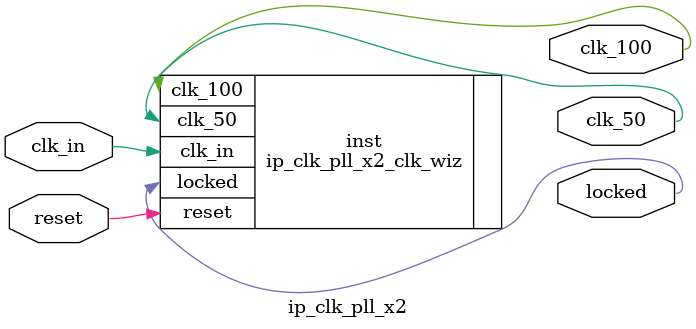
<source format=v>


`timescale 1ps/1ps

(* CORE_GENERATION_INFO = "ip_clk_pll_x2,clk_wiz_v6_0_2_0_0,{component_name=ip_clk_pll_x2,use_phase_alignment=true,use_min_o_jitter=false,use_max_i_jitter=false,use_dyn_phase_shift=false,use_inclk_switchover=false,use_dyn_reconfig=false,enable_axi=0,feedback_source=FDBK_AUTO,PRIMITIVE=PLL,num_out_clk=2,clkin1_period=20.000,clkin2_period=10.000,use_power_down=false,use_reset=true,use_locked=true,use_inclk_stopped=false,feedback_type=SINGLE,CLOCK_MGR_TYPE=NA,manual_override=false}" *)

module ip_clk_pll_x2 
 (
  // Clock out ports
  output        clk_100,
  output        clk_50,
  // Status and control signals
  input         reset,
  output        locked,
 // Clock in ports
  input         clk_in
 );

  ip_clk_pll_x2_clk_wiz inst
  (
  // Clock out ports  
  .clk_100(clk_100),
  .clk_50(clk_50),
  // Status and control signals               
  .reset(reset), 
  .locked(locked),
 // Clock in ports
  .clk_in(clk_in)
  );

endmodule

</source>
